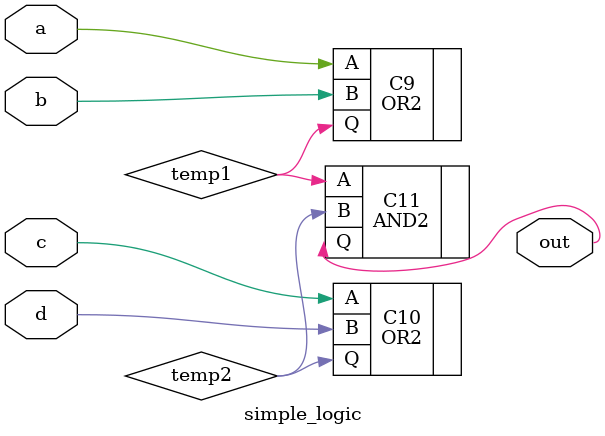
<source format=v>
module simple_logic ( out, a, b, c, d, );
  input a, b, c, d;
  output out;
  wire   temp1, temp2;

  OR2 C9 ( .A(a), .B(b), .Q(temp1) );
  OR2 C10 ( .A(c), .B(d), .Q(temp2) );
  AND2 C11 ( .A(temp1), .B(temp2), .Q(out) );
endmodule
</source>
